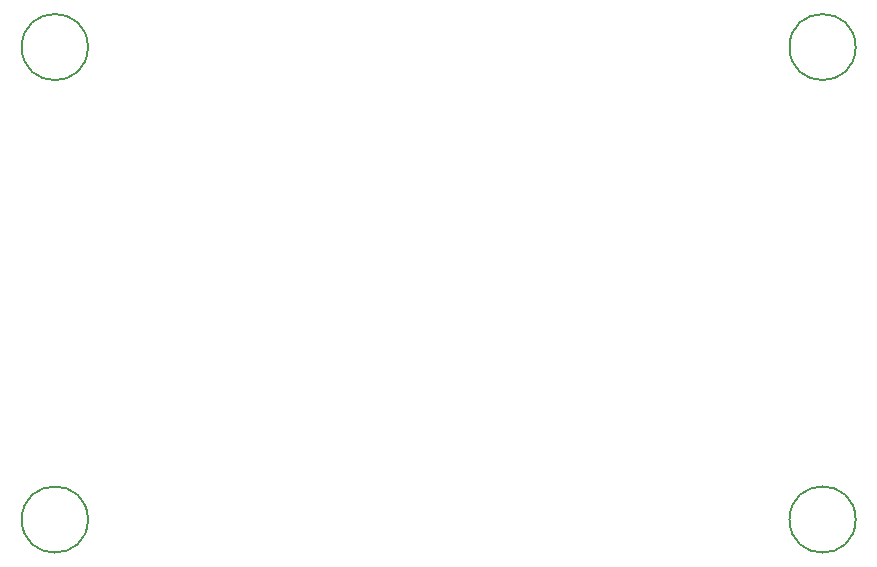
<source format=gbr>
%TF.GenerationSoftware,KiCad,Pcbnew,7.0.7*%
%TF.CreationDate,2024-02-03T17:25:47+00:00*%
%TF.ProjectId,LPF_Relay,4c50465f-5265-46c6-9179-2e6b69636164,rev?*%
%TF.SameCoordinates,Original*%
%TF.FileFunction,Other,Comment*%
%FSLAX46Y46*%
G04 Gerber Fmt 4.6, Leading zero omitted, Abs format (unit mm)*
G04 Created by KiCad (PCBNEW 7.0.7) date 2024-02-03 17:25:47*
%MOMM*%
%LPD*%
G01*
G04 APERTURE LIST*
%ADD10C,0.150000*%
G04 APERTURE END LIST*
D10*
%TO.C,H1*%
X7800000Y-45000000D02*
G75*
G03*
X7800000Y-45000000I-2800000J0D01*
G01*
%TO.C,H2*%
X7800000Y-5000000D02*
G75*
G03*
X7800000Y-5000000I-2800000J0D01*
G01*
%TO.C,H4*%
X72800000Y-45000000D02*
G75*
G03*
X72800000Y-45000000I-2800000J0D01*
G01*
%TO.C,H3*%
X72800000Y-5000000D02*
G75*
G03*
X72800000Y-5000000I-2800000J0D01*
G01*
%TD*%
M02*

</source>
